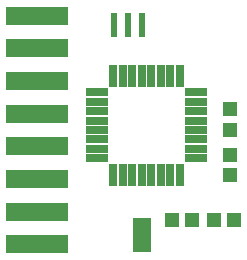
<source format=gts>
G04 DipTrace 3.3.1.1*
G04 TopMask.gts*
%MOIN*%
G04 #@! TF.FileFunction,Soldermask,Top*
G04 #@! TF.Part,Single*
%ADD19R,0.059055X0.11811*%
%ADD32R,0.023628X0.082683*%
%ADD36R,0.074809X0.027565*%
%ADD38R,0.027565X0.074809*%
%ADD40R,0.04725X0.051187*%
%ADD42R,0.051187X0.04725*%
%ADD46R,0.20788X0.06238*%
%FSLAX26Y26*%
G04*
G70*
G90*
G75*
G01*
G04 TopMask*
%LPD*%
D46*
X499951Y424951D3*
Y533951D3*
Y642951D3*
Y751951D3*
Y860951D3*
Y969951D3*
Y1078951D3*
X500001Y1187990D3*
D19*
X850450Y456700D3*
D42*
X1156200Y506200D3*
X1089271D3*
X949951D3*
X1016880D3*
D40*
X1143700Y656200D3*
Y723129D3*
Y874949D3*
Y808020D3*
D38*
X974951Y987449D3*
X943455D3*
X911959D3*
X880462D3*
X848966D3*
X817470D3*
X785974D3*
X754478D3*
D36*
X699360Y932331D3*
Y900835D3*
Y869339D3*
Y837843D3*
Y806347D3*
Y774851D3*
Y743355D3*
Y711859D3*
D38*
X754478Y656741D3*
X785974D3*
X817470D3*
X848966D3*
X880462D3*
X911959D3*
X943455D3*
X974951D3*
D36*
X1030069Y711859D3*
Y743355D3*
Y774851D3*
Y806347D3*
Y837843D3*
Y869339D3*
Y900835D3*
Y932331D3*
D32*
X849949Y1156200D3*
X802705D3*
X755461D3*
M02*

</source>
